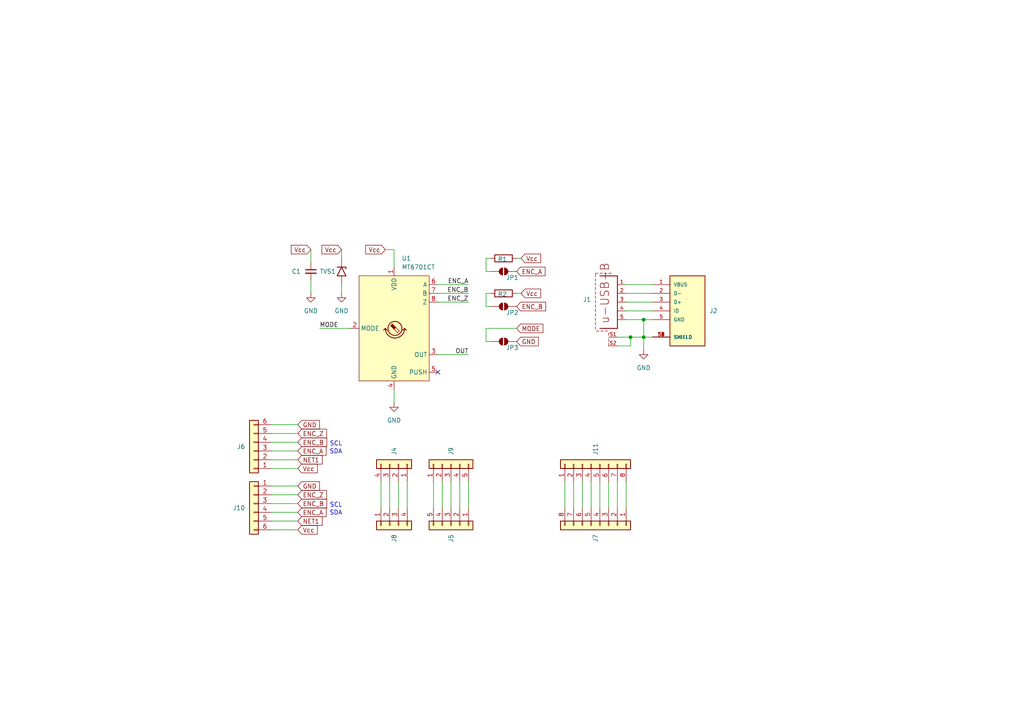
<source format=kicad_sch>
(kicad_sch (version 20231120) (generator "eeschema") (generator_version "8.0")
  (paper "A4")
  (lib_symbols
    (symbol "Connector_Generic:Conn_01x04" (pin_names (offset 1.016) hide)
      (property "Reference" "J" (at 0 5.08 0))
      (property "Value" "Conn_01x04" (at 0 -7.62 0))
      (symbol "Conn_01x04_1_1"
        (rectangle (start -1.27 -4.953) (end 0 -5.207) (stroke (width 0.1524)))
        (rectangle (start -1.27 -2.413) (end 0 -2.667) (stroke (width 0.1524)))
        (rectangle (start -1.27 0.127) (end 0 -0.127) (stroke (width 0.1524)))
        (rectangle (start -1.27 2.667) (end 0 2.413) (stroke (width 0.1524)))
        (rectangle (start -1.27 3.81) (end 1.27 -6.35) (stroke (width 0.254)) (fill (type background)))
        (pin passive line (at -5.08 2.54 0) (length 3.81) (name "Pin_1") (number "1"))
        (pin passive line (at -5.08 0 0) (length 3.81) (name "Pin_2") (number "2"))
        (pin passive line (at -5.08 -2.54 0) (length 3.81) (name "Pin_3") (number "3"))
        (pin passive line (at -5.08 -5.08 0) (length 3.81) (name "Pin_4") (number "4"))
      )
    )
    (symbol "Connector_Generic:Conn_01x05" (pin_names (offset 1.016) hide)
      (property "Reference" "J" (at 0 7.62 0))
      (property "Value" "Conn_01x05" (at 0 -7.62 0))
      (symbol "Conn_01x05_1_1"
        (rectangle (start -1.27 -4.953) (end 0 -5.207) (stroke (width 0.1524)))
        (rectangle (start -1.27 -2.413) (end 0 -2.667) (stroke (width 0.1524)))
        (rectangle (start -1.27 0.127) (end 0 -0.127) (stroke (width 0.1524)))
        (rectangle (start -1.27 2.667) (end 0 2.413) (stroke (width 0.1524)))
        (rectangle (start -1.27 5.207) (end 0 4.953) (stroke (width 0.1524)))
        (rectangle (start -1.27 6.35) (end 1.27 -6.35) (stroke (width 0.254)) (fill (type background)))
        (pin passive line (at -5.08 5.08 0) (length 3.81) (name "Pin_1") (number "1"))
        (pin passive line (at -5.08 2.54 0) (length 3.81) (name "Pin_2") (number "2"))
        (pin passive line (at -5.08 0 0) (length 3.81) (name "Pin_3") (number "3"))
        (pin passive line (at -5.08 -2.54 0) (length 3.81) (name "Pin_4") (number "4"))
        (pin passive line (at -5.08 -5.08 0) (length 3.81) (name "Pin_5") (number "5"))
      )
    )
    (symbol "Connector_Generic:Conn_01x06" (pin_names (offset 1.016) hide)
      (property "Reference" "J" (at 0 7.62 0))
      (property "Value" "Conn_01x06" (at 0 -10.16 0))
      (symbol "Conn_01x06_1_1"
        (rectangle (start -1.27 -7.493) (end 0 -7.747) (stroke (width 0.1524)))
        (rectangle (start -1.27 -4.953) (end 0 -5.207) (stroke (width 0.1524)))
        (rectangle (start -1.27 -2.413) (end 0 -2.667) (stroke (width 0.1524)))
        (rectangle (start -1.27 0.127) (end 0 -0.127) (stroke (width 0.1524)))
        (rectangle (start -1.27 2.667) (end 0 2.413) (stroke (width 0.1524)))
        (rectangle (start -1.27 5.207) (end 0 4.953) (stroke (width 0.1524)))
        (rectangle (start -1.27 6.35) (end 1.27 -8.89) (stroke (width 0.254)) (fill (type background)))
        (pin passive line (at -5.08 5.08 0) (length 3.81) (name "Pin_1") (number "1"))
        (pin passive line (at -5.08 2.54 0) (length 3.81) (name "Pin_2") (number "2"))
        (pin passive line (at -5.08 0 0) (length 3.81) (name "Pin_3") (number "3"))
        (pin passive line (at -5.08 -2.54 0) (length 3.81) (name "Pin_4") (number "4"))
        (pin passive line (at -5.08 -5.08 0) (length 3.81) (name "Pin_5") (number "5"))
        (pin passive line (at -5.08 -7.62 0) (length 3.81) (name "Pin_6") (number "6"))
      )
    )
    (symbol "Connector_Generic:Conn_01x08" (pin_names (offset 1.016) hide)
      (property "Reference" "J" (at 0 10.16 0))
      (property "Value" "Conn_01x08" (at 0 -12.7 0))
      (symbol "Conn_01x08_1_1"
        (rectangle (start -1.27 -10.033) (end 0 -10.287) (stroke (width 0.1524)))
        (rectangle (start -1.27 -7.493) (end 0 -7.747) (stroke (width 0.1524)))
        (rectangle (start -1.27 -4.953) (end 0 -5.207) (stroke (width 0.1524)))
        (rectangle (start -1.27 -2.413) (end 0 -2.667) (stroke (width 0.1524)))
        (rectangle (start -1.27 0.127) (end 0 -0.127) (stroke (width 0.1524)))
        (rectangle (start -1.27 2.667) (end 0 2.413) (stroke (width 0.1524)))
        (rectangle (start -1.27 5.207) (end 0 4.953) (stroke (width 0.1524)))
        (rectangle (start -1.27 7.747) (end 0 7.493) (stroke (width 0.1524)))
        (rectangle (start -1.27 8.89) (end 1.27 -11.43) (stroke (width 0.254)) (fill (type background)))
        (pin passive line (at -5.08 7.62 0) (length 3.81) (name "Pin_1") (number "1"))
        (pin passive line (at -5.08 5.08 0) (length 3.81) (name "Pin_2") (number "2"))
        (pin passive line (at -5.08 2.54 0) (length 3.81) (name "Pin_3") (number "3"))
        (pin passive line (at -5.08 0 0) (length 3.81) (name "Pin_4") (number "4"))
        (pin passive line (at -5.08 -2.54 0) (length 3.81) (name "Pin_5") (number "5"))
        (pin passive line (at -5.08 -5.08 0) (length 3.81) (name "Pin_6") (number "6"))
        (pin passive line (at -5.08 -7.62 0) (length 3.81) (name "Pin_7") (number "7"))
        (pin passive line (at -5.08 -10.16 0) (length 3.81) (name "Pin_8") (number "8"))
      )
    )
    (symbol "Device:C_Small" (pin_numbers hide) (pin_names (offset 0.254) hide)
      (property "Reference" "C" (at 0.254 1.778 0))
      (property "Value" "C_Small" (at 0.254 -2.032 0))
      (symbol "C_Small_0_1"
        (polyline (pts (xy -1.524 -0.508) (xy 1.524 -0.508)) (stroke (width 0.3302)))
        (polyline (pts (xy -1.524 0.508) (xy 1.524 0.508)) (stroke (width 0.3048)))
      )
      (symbol "C_Small_1_1"
        (pin passive line (at 0 2.54 270) (length 2.032) (name "~") (number "1"))
        (pin passive line (at 0 -2.54 90) (length 2.032) (name "~") (number "2"))
      )
    )
    (symbol "Device:R" (pin_numbers hide) (pin_names (offset 0))
      (property "Reference" "R" (at 2.032 0 90))
      (property "Value" "R" (at 0 0 90))
      (symbol "R_0_1"
        (rectangle (start -1.016 -2.54) (end 1.016 2.54) (stroke (width 0.254)))
      )
      (symbol "R_1_1"
        (pin passive line (at 0 3.81 270) (length 1.27) (name "~") (number "1"))
        (pin passive line (at 0 -3.81 90) (length 1.27) (name "~") (number "2"))
      )
    )
    (symbol "Diode:SM6T12A" (pin_numbers hide) (pin_names (offset 1.016) hide)
      (property "Reference" "D" (at 0 2.54 0))
      (property "Value" "SM6T12A" (at 0 -2.54 0))
      (symbol "SM6T12A_0_1"
        (polyline (pts (xy -0.762 1.27) (xy -1.27 1.27) (xy -1.27 -1.27)) (stroke (width 0.254)))
        (polyline (pts (xy 1.27 1.27) (xy 1.27 -1.27) (xy -1.27 0) (xy 1.27 1.27)) (stroke (width 0.254)))
      )
      (symbol "SM6T12A_1_1"
        (pin passive line (at -3.81 0 0) (length 2.54) (name "A1") (number "1"))
        (pin passive line (at 3.81 0 180) (length 2.54) (name "A2") (number "2"))
      )
    )
    (symbol "Jumper:SolderJumper_2_Open" (pin_numbers hide) (pin_names (offset 0) hide) (exclude_from_sim yes) (in_bom no)
      (property "Reference" "JP" (at 0 2.032 0))
      (property "Value" "SolderJumper_2_Open" (at 0 -2.54 0))
      (symbol "SolderJumper_2_Open_0_1"
        (arc (start -0.254 1.016) (mid -1.2656 0) (end -0.254 -1.016))
        (arc (start -0.254 1.016) (mid -1.2656 0) (end -0.254 -1.016) (fill (type outline)))
        (polyline (pts (xy -0.254 1.016) (xy -0.254 -1.016)))
        (polyline (pts (xy 0.254 1.016) (xy 0.254 -1.016)))
        (arc (start 0.254 -1.016) (mid 1.2656 0) (end 0.254 1.016))
        (arc (start 0.254 -1.016) (mid 1.2656 0) (end 0.254 1.016) (fill (type outline)))
      )
      (symbol "SolderJumper_2_Open_1_1"
        (pin passive line (at -3.81 0 0) (length 2.54) (name "A") (number "1"))
        (pin passive line (at 3.81 0 180) (length 2.54) (name "B") (number "2"))
      )
    )
    (symbol "Sensor_Magnetic:MT6701CT"
      (property "Reference" "U" (at -9.6632 16.4397 0))
      (property "Value" "MT6701CT" (at 5.5155 16.4397 0))
      (symbol "MT6701CT_0_1"
        (arc (start -2.54 0) (mid 0.254 -2.7819) (end 3.048 0) (stroke (width 0.254)))
        (polyline (pts (xy -2.54 0) (xy -3.048 -0.508)) (stroke (width 0.254)))
        (polyline (pts (xy -2.54 0) (xy -2.032 -0.508)) (stroke (width 0.254)))
        (polyline (pts (xy 3.048 0) (xy 2.54 -0.508)) (stroke (width 0.254)))
        (polyline (pts (xy 3.048 0) (xy 3.556 -0.508)) (stroke (width 0.254)))
      )
      (symbol "MT6701CT_1_1"
        (rectangle (start -10.16 15.24) (end 10.16 -15.24) (fill (type background)))
        (polyline (pts (xy 0.508 0.254) (xy 1.524 -0.762) (xy 1.016 -1.27) (xy 0 -0.254)))
        (polyline (pts (xy -0.508 1.27) (xy 0.508 0.254) (xy 0 -0.254) (xy -1.016 0.762) (xy -0.762 1.016) (xy -0.508 1.27) (xy -0.381 1.143)) (fill (type outline)))
        (circle (center 0.254 0) (radius 2.032) (stroke (width 0.254)))
        (pin power_in line (at 0 17.78 270) (length 2.54) (name "VDD") (number "1"))
        (pin input line (at -12.7 0 0) (length 2.54) (name "MODE") (number "2"))
        (pin output line (at 12.7 -7.62 180) (length 2.54) (name "OUT") (number "3"))
        (pin power_in line (at 0 -17.78 90) (length 2.54) (name "GND") (number "4"))
        (pin output line (at 12.7 -12.7 180) (length 2.54) (name "PUSH") (number "5"))
        (pin output line (at 12.7 12.7 180) (length 2.54) (name "A") (number "6"))
        (pin output line (at 12.7 10.16 180) (length 2.54) (name "B") (number "7"))
        (pin output line (at 12.7 7.62 180) (length 2.54) (name "Z") (number "8"))
      )
    )
    (symbol "USB3145-30-1-A:USB3145-30-1-A" (pin_names (offset 1.016))
      (property "Reference" "J" (at 0 11.43 0))
      (property "Value" "USB3145-30-1-A" (at 0 -13.97 0))
      (symbol "USB3145-30-1-A_0_0"
        (polyline (pts (xy 0 -6.35) (xy 5.08 -6.35)) (stroke (width 0.254)))
        (polyline (pts (xy 0 8.89) (xy 0 -6.35)) (stroke (width 0.254)))
        (polyline (pts (xy 0 8.89) (xy 5.08 8.89)) (stroke (width 0.254)))
        (polyline (pts (xy 2.54 -11.43) (xy 2.54 -10.668)) (stroke (width 0.1524)))
        (polyline (pts (xy 2.54 -10.16) (xy 2.54 -9.398)) (stroke (width 0.1524)))
        (polyline (pts (xy 2.54 -8.382) (xy 2.54 -7.62)) (stroke (width 0.1524)))
        (polyline (pts (xy 2.54 9.652) (xy 1.778 9.652)) (stroke (width 0.1524)))
        (polyline (pts (xy 3.556 -7.112) (xy 2.794 -7.112)) (stroke (width 0.1524)))
        (polyline (pts (xy 3.81 9.652) (xy 3.048 9.652)) (stroke (width 0.1524)))
        (polyline (pts (xy 4.826 -7.112) (xy 4.064 -7.112)) (stroke (width 0.1524)))
        (polyline (pts (xy 5.08 9.652) (xy 4.318 9.652)) (stroke (width 0.1524)))
        (polyline (pts (xy 6.096 -7.112) (xy 5.334 -7.112)) (stroke (width 0.1524)))
        (polyline (pts (xy 6.35 -6.604) (xy 6.35 -5.842)) (stroke (width 0.1524)))
        (polyline (pts (xy 6.35 -5.334) (xy 6.35 -4.572)) (stroke (width 0.1524)))
        (polyline (pts (xy 6.35 -4.064) (xy 6.35 -3.302)) (stroke (width 0.1524)))
        (polyline (pts (xy 6.35 -2.794) (xy 6.35 -2.032)) (stroke (width 0.1524)))
        (polyline (pts (xy 6.35 -1.524) (xy 6.35 -0.762)) (stroke (width 0.1524)))
        (polyline (pts (xy 6.35 -0.254) (xy 6.35 0.508)) (stroke (width 0.1524)))
        (polyline (pts (xy 6.35 1.016) (xy 6.35 1.778)) (stroke (width 0.1524)))
        (polyline (pts (xy 6.35 2.286) (xy 6.35 3.048)) (stroke (width 0.1524)))
        (polyline (pts (xy 6.35 3.556) (xy 6.35 4.318)) (stroke (width 0.1524)))
        (polyline (pts (xy 6.35 4.826) (xy 6.35 5.588)) (stroke (width 0.1524)))
        (polyline (pts (xy 6.35 6.096) (xy 6.35 6.858)) (stroke (width 0.1524)))
        (polyline (pts (xy 6.35 7.366) (xy 6.35 8.128)) (stroke (width 0.1524)))
        (polyline (pts (xy 6.35 8.636) (xy 6.35 9.398)) (stroke (width 0.1524)))
        (polyline (pts (xy 6.35 9.652) (xy 5.588 9.652)) (stroke (width 0.1524)))
        (text "u-USB-B" (at 5.08 -5.08 900) (effects (font (size 2.4 2.4)) (justify left bottom)))
        (pin passive line (at -2.54 6.35 0) (length 2.54) (name "~") (number "1"))
        (pin passive line (at -2.54 3.81 0) (length 2.54) (name "~") (number "2"))
        (pin passive line (at -2.54 1.27 0) (length 2.54) (name "~") (number "3"))
        (pin passive line (at -2.54 -1.27 0) (length 2.54) (name "~") (number "4"))
        (pin passive line (at -2.54 -3.81 0) (length 2.54) (name "~") (number "5"))
        (pin passive line (at 0 -8.89 0) (length 2.54) (name "~") (number "S1"))
        (pin passive line (at 0 -11.43 0) (length 2.54) (name "~") (number "S2"))
      )
    )
    (symbol "USB3150-30-130-A:USB3150-30-130-A" (pin_names (offset 1.016))
      (property "Reference" "J" (at -5.08 10.16 0))
      (property "Value" "USB3150-30-130-A" (at -5.08 -12.7 0))
      (symbol "USB3150-30-130-A_0_0"
        (rectangle (start -5.08 -10.16) (end 5.08 10.16) (stroke (width 0.254)) (fill (type background)))
        (pin passive line (at -10.16 7.62 0) (length 5.08) (name "VBUS") (number "1"))
        (pin passive line (at -10.16 5.08 0) (length 5.08) (name "D-") (number "2"))
        (pin passive line (at -10.16 2.54 0) (length 5.08) (name "D+") (number "3"))
        (pin passive line (at -10.16 0 0) (length 5.08) (name "ID") (number "4"))
        (pin passive line (at -10.16 -2.54 0) (length 5.08) (name "GND") (number "5"))
        (pin passive line (at -10.16 -7.62 0) (length 5.08) (name "SHIELD") (number "S1"))
        (pin passive line (at -10.16 -7.62 0) (length 5.08) (name "SHIELD") (number "S2"))
        (pin passive line (at -10.16 -7.62 0) (length 5.08) (name "SHIELD") (number "S3"))
        (pin passive line (at -10.16 -7.62 0) (length 5.08) (name "SHIELD") (number "S4"))
        (pin passive line (at -10.16 -7.62 0) (length 5.08) (name "SHIELD") (number "S5"))
        (pin passive line (at -10.16 -7.62 0) (length 5.08) (name "SHIELD") (number "S6"))
      )
    )
    (symbol "power:GND" (power) (pin_numbers hide) (pin_names (offset 0) hide)
      (property "Value" "GND" (at 0 -3.81 0))
      (symbol "GND_0_1"
        (polyline (pts (xy 0 0) (xy 0 -1.27) (xy 1.27 -1.27) (xy 0 -2.54) (xy -1.27 -1.27) (xy 0 -1.27)))
      )
      (symbol "GND_1_1"
        (pin power_in line (at 0 0 270) (length 0) (name "~") (number "1"))
      )
    )
  )
  (junction (at 186.69 92.71))
  (junction (at 182.88 97.79))
  (junction (at 186.69 97.79))
  (no_connect (at 127 107.95))
  (wire (pts (xy 78.74 135.89) (xy 86.36 135.89)))
  (wire (pts (xy 114.3 77.47) (xy 114.3 72.39)))
  (wire (pts (xy 78.74 143.51) (xy 86.36 143.51)))
  (wire (pts (xy 149.86 74.93) (xy 151.13 74.93)))
  (wire (pts (xy 133.35 147.32) (xy 133.35 139.7)))
  (wire (pts (xy 181.61 147.32) (xy 181.61 139.7)))
  (wire (pts (xy 128.27 147.32) (xy 128.27 139.7)))
  (wire (pts (xy 142.24 88.9) (xy 140.97 88.9)))
  (wire (pts (xy 181.61 85.09) (xy 189.23 85.09)))
  (wire (pts (xy 78.74 140.97) (xy 86.36 140.97)))
  (wire (pts (xy 186.69 97.79) (xy 186.69 101.6)))
  (wire (pts (xy 181.61 87.63) (xy 189.23 87.63)))
  (wire (pts (xy 179.07 147.32) (xy 179.07 139.7)))
  (wire (pts (xy 171.45 147.32) (xy 171.45 139.7)))
  (wire (pts (xy 181.61 90.17) (xy 189.23 90.17)))
  (wire (pts (xy 176.53 147.32) (xy 176.53 139.7)))
  (wire (pts (xy 186.69 92.71) (xy 189.23 92.71)))
  (wire (pts (xy 114.3 72.39) (xy 111.76 72.39)))
  (wire (pts (xy 140.97 85.09) (xy 142.24 85.09)))
  (wire (pts (xy 166.37 147.32) (xy 166.37 139.7)))
  (wire (pts (xy 135.89 147.32) (xy 135.89 139.7)))
  (wire (pts (xy 127 102.87) (xy 135.89 102.87)))
  (wire (pts (xy 127 85.09) (xy 135.89 85.09)))
  (wire (pts (xy 140.97 95.25) (xy 149.86 95.25)))
  (wire (pts (xy 99.06 82.55) (xy 99.06 85.09)))
  (wire (pts (xy 186.69 97.79) (xy 189.23 97.79)))
  (wire (pts (xy 90.17 76.2) (xy 90.17 72.39)))
  (wire (pts (xy 181.61 92.71) (xy 186.69 92.71)))
  (wire (pts (xy 90.17 81.28) (xy 90.17 85.09)))
  (wire (pts (xy 142.24 99.06) (xy 140.97 99.06)))
  (wire (pts (xy 99.06 72.39) (xy 99.06 74.93)))
  (wire (pts (xy 118.11 139.7) (xy 118.11 147.32)))
  (wire (pts (xy 140.97 78.74) (xy 140.97 74.93)))
  (wire (pts (xy 78.74 125.73) (xy 86.36 125.73)))
  (wire (pts (xy 78.74 153.67) (xy 86.36 153.67)))
  (wire (pts (xy 127 87.63) (xy 135.89 87.63)))
  (wire (pts (xy 182.88 97.79) (xy 182.88 100.33)))
  (wire (pts (xy 173.99 147.32) (xy 173.99 139.7)))
  (wire (pts (xy 179.07 100.33) (xy 182.88 100.33)))
  (wire (pts (xy 149.86 85.09) (xy 151.13 85.09)))
  (wire (pts (xy 113.03 139.7) (xy 113.03 147.32)))
  (wire (pts (xy 140.97 88.9) (xy 140.97 85.09)))
  (wire (pts (xy 78.74 133.35) (xy 86.36 133.35)))
  (wire (pts (xy 78.74 128.27) (xy 86.36 128.27)))
  (wire (pts (xy 101.6 95.25) (xy 92.71 95.25)))
  (wire (pts (xy 130.81 147.32) (xy 130.81 139.7)))
  (wire (pts (xy 140.97 74.93) (xy 142.24 74.93)))
  (wire (pts (xy 168.91 147.32) (xy 168.91 139.7)))
  (wire (pts (xy 78.74 123.19) (xy 86.36 123.19)))
  (wire (pts (xy 181.61 82.55) (xy 189.23 82.55)))
  (wire (pts (xy 127 82.55) (xy 135.89 82.55)))
  (wire (pts (xy 78.74 146.05) (xy 86.36 146.05)))
  (wire (pts (xy 78.74 130.81) (xy 86.36 130.81)))
  (wire (pts (xy 186.69 92.71) (xy 186.69 97.79)))
  (wire (pts (xy 114.3 113.03) (xy 114.3 116.84)))
  (wire (pts (xy 182.88 97.79) (xy 186.69 97.79)))
  (wire (pts (xy 179.07 97.79) (xy 182.88 97.79)))
  (wire (pts (xy 110.49 139.7) (xy 110.49 147.32)))
  (wire (pts (xy 142.24 78.74) (xy 140.97 78.74)))
  (wire (pts (xy 140.97 99.06) (xy 140.97 95.25)))
  (wire (pts (xy 125.73 147.32) (xy 125.73 139.7)))
  (wire (pts (xy 78.74 148.59) (xy 86.36 148.59)))
  (wire (pts (xy 78.74 151.13) (xy 86.36 151.13)))
  (wire (pts (xy 115.57 139.7) (xy 115.57 147.32)))
  (wire (pts (xy 163.83 147.32) (xy 163.83 139.7)))
  (text "SCL\n" (at 99.314 146.558 0) (effects (font (size 1.27 1.27)) (justify right)))
  (text "SCL\n" (at 99.314 128.778 0) (effects (font (size 1.27 1.27)) (justify right)))
  (text "SDA" (at 99.314 131.064 0) (effects (font (size 1.27 1.27)) (justify right)))
  (text "SDA" (at 99.314 148.844 0) (effects (font (size 1.27 1.27)) (justify right)))
  (label "ENC_Z" (at 135.89 87.63 180))
  (label "ENC_B" (at 135.89 85.09 180))
  (label "OUT" (at 135.89 102.87 180))
  (label "MODE" (at 92.71 95.25 0))
  (label "ENC_A" (at 135.89 82.55 180))
  (global_label "MODE" (shape input) (at 149.86 95.25 0) (property "Intersheetrefs" "${INTERSHEET_REFS}" (effects (hide yes))))
  (global_label "Vcc" (shape input) (at 151.13 74.93 0) (property "Intersheetrefs" "${INTERSHEET_REFS}" (effects (hide yes))))
  (global_label "Vcc" (shape input) (at 111.76 72.39 180) (property "Intersheetrefs" "${INTERSHEET_REFS}" (effects (hide yes))))
  (global_label "NET1" (shape input) (at 86.36 133.35 0) (property "Intersheetrefs" "${INTERSHEET_REFS}" (effects (hide yes))))
  (global_label "Vcc" (shape input) (at 90.17 72.39 180) (property "Intersheetrefs" "${INTERSHEET_REFS}" (effects (hide yes))))
  (global_label "ENC_B" (shape input) (at 149.86 88.9 0) (property "Intersheetrefs" "${INTERSHEET_REFS}" (effects (hide yes))))
  (global_label "ENC_A" (shape input) (at 86.36 148.59 0) (property "Intersheetrefs" "${INTERSHEET_REFS}" (effects (hide yes))))
  (global_label "GND" (shape input) (at 86.36 140.97 0) (property "Intersheetrefs" "${INTERSHEET_REFS}" (effects (hide yes))))
  (global_label "ENC_B" (shape input) (at 86.36 146.05 0) (property "Intersheetrefs" "${INTERSHEET_REFS}" (effects (hide yes))))
  (global_label "NET1" (shape input) (at 86.36 151.13 0) (property "Intersheetrefs" "${INTERSHEET_REFS}" (effects (hide yes))))
  (global_label "ENC_B" (shape input) (at 86.36 128.27 0) (property "Intersheetrefs" "${INTERSHEET_REFS}" (effects (hide yes))))
  (global_label "Vcc" (shape input) (at 151.13 85.09 0) (property "Intersheetrefs" "${INTERSHEET_REFS}" (effects (hide yes))))
  (global_label "ENC_Z" (shape input) (at 86.36 143.51 0) (property "Intersheetrefs" "${INTERSHEET_REFS}" (effects (hide yes))))
  (global_label "Vcc" (shape input) (at 86.36 153.67 0) (property "Intersheetrefs" "${INTERSHEET_REFS}" (effects (hide yes))))
  (global_label "GND" (shape input) (at 86.36 123.19 0) (property "Intersheetrefs" "${INTERSHEET_REFS}" (effects (hide yes))))
  (global_label "GND" (shape input) (at 149.86 99.06 0) (property "Intersheetrefs" "${INTERSHEET_REFS}" (effects (hide yes))))
  (global_label "Vcc" (shape input) (at 99.06 72.39 180) (property "Intersheetrefs" "${INTERSHEET_REFS}" (effects (hide yes))))
  (global_label "ENC_A" (shape input) (at 149.86 78.74 0) (property "Intersheetrefs" "${INTERSHEET_REFS}" (effects (hide yes))))
  (global_label "ENC_A" (shape input) (at 86.36 130.81 0) (property "Intersheetrefs" "${INTERSHEET_REFS}" (effects (hide yes))))
  (global_label "Vcc" (shape input) (at 86.36 135.89 0) (property "Intersheetrefs" "${INTERSHEET_REFS}" (effects (hide yes))))
  (global_label "ENC_Z" (shape input) (at 86.36 125.73 0) (property "Intersheetrefs" "${INTERSHEET_REFS}" (effects (hide yes))))
  (symbol (lib_id "Jumper:SolderJumper_2_Open") (at 146.05 99.06 0) (unit 1) (exclude_from_sim yes) (in_bom no)
    (property "Reference" "JP3" (at 148.59 100.838 0))
    (property "Value" "SolderJumper_2_Open" (effects (hide yes)))
    (property "Footprint" "Jumper:SolderJumper-2_P1.3mm_Open_RoundedPad1.0x1.5mm" (effects (hide yes)))
    (property "Description" "Solder Jumper, 2-pole, open" (effects (hide yes)))
  )
  (symbol (lib_id "USB3145-30-1-A:USB3145-30-1-A") (at 179.07 88.9 0) (mirror y) (unit 1)
    (property "Reference" "J1" (at 171.45 86.8559 0) (effects (justify left)))
    (property "Value" "USB3145-30-1-A" (effects (hide yes)))
    (property "Footprint" "USB3145-30-1-A:USB3145-30-1-A" (effects (hide yes)))
    (property "MF" "Global Connector Technology" (effects (hide yes)))
    (property "Description_1" "\n                        \n                            USB - micro B USB 2.0 Receptacle Connector 5 Position Through Hole\n                        \n" (effects (hide yes)))
    (property "Package" "None" (effects (hide yes)))
    (property "Price" "None" (effects (hide yes)))
    (property "Availability" "In Stock" (effects (hide yes)))
    (property "POLE" "5" (effects (hide yes)))
    (property "SnapEDA_Link" "https://www.snapeda.com/parts/USB3145-30-1-A/Global+Connector+Technology/view-part/?ref=snap" (effects (hide yes)))
    (property "MP" "USB3145-30-1-A" (effects (hide yes)))
    (property "FARNELL" "2311903" (effects (hide yes)))
    (property "TYP" "USB3145-30-1-A" (effects (hide yes)))
    (property "USB_TYPE" "B" (effects (hide yes)))
    (property "Check_prices" "https://www.snapeda.com/parts/USB3145-30-1-A/Global+Connector+Technology/view-part/?ref=eda" (effects (hide yes)))
  )
  (symbol (lib_id "Device:R") (at 146.05 74.93 90) (unit 1)
    (property "Reference" "R1" (at 147.066 75.184 90) (effects (justify left)))
    (property "Value" "R" (effects (hide yes)))
    (property "Footprint" "Resistor_SMD:R_0603_1608Metric" (effects (hide yes)))
    (property "Description" "Resistor" (effects (hide yes)))
  )
  (symbol (lib_id "Connector_Generic:Conn_01x04") (at 115.57 134.62 270) (mirror x) (unit 1)
    (property "Reference" "J4" (at 114.3001 132.08 0) (effects (justify left)))
    (property "Value" "Conn_01x04" (effects (hide yes)))
    (property "Footprint" "Connector_JST:JST_PH_B4B-PH-K_1x04_P2.00mm_Vertical" (effects (hide yes)))
    (property "Description" "Generic connector, single row, 01x04, script generated (kicad-library-utils/schlib/autogen/connector/)" (effects (hide yes)))
  )
  (symbol (lib_id "Sensor_Magnetic:MT6701CT") (at 114.3 95.25 0) (unit 1)
    (property "Reference" "U1" (at 116.4941 74.93 0) (effects (justify left)))
    (property "Value" "MT6701CT" (at 116.4941 77.47 0) (effects (justify left)))
    (property "Footprint" "Package_SO:SO-8_3.9x4.9mm_P1.27mm" (effects (hide yes)))
    (property "Datasheet" "https://www.magntek.com.cn/upload/MT6701_Rev.1.5.pdf" (effects (hide yes)))
    (property "Description" "Hall Based Angle Position Encoder Sensor, I2C, SSI, ABZ & UVW interfaces, 3.3..5V supply, SOIC-8" (effects (hide yes)))
  )
  (symbol (lib_id "Connector_Generic:Conn_01x08") (at 173.99 152.4 270) (unit 1)
    (property "Reference" "J7" (at 172.7201 154.94 0) (effects (justify left)))
    (property "Value" "Conn_01x08" (effects (hide yes)))
    (property "Footprint" "Connector_JST:JST_PH_B8B-PH-K_1x08_P2.00mm_Vertical" (effects (hide yes)))
    (property "Description" "Generic connector, single row, 01x08, script generated (kicad-library-utils/schlib/autogen/connector/)" (effects (hide yes)))
  )
  (symbol (lib_id "Connector_Generic:Conn_01x05") (at 130.81 152.4 270) (unit 1)
    (property "Reference" "J5" (at 130.8101 154.94 0) (effects (justify left)))
    (property "Value" "Conn_01x05" (effects (hide yes)))
    (property "Footprint" "Connector_JST:JST_PH_B5B-PH-K_1x05_P2.00mm_Vertical" (effects (hide yes)))
    (property "Description" "Generic connector, single row, 01x05, script generated (kicad-library-utils/schlib/autogen/connector/)" (effects (hide yes)))
  )
  (symbol (lib_id "Diode:SM6T12A") (at 99.06 78.74 270) (unit 1)
    (property "Reference" "TVS1" (at 92.71 78.74 90) (effects (justify left)))
    (property "Value" "SMFJ6.0A / SMFJ6.0CA" (effects (hide yes)))
    (property "Footprint" "Capacitor_SMD:C_0805_2012Metric" (effects (hide yes)))
  )
  (symbol (lib_id "power:GND") (at 186.69 101.6 0) (unit 1)
    (property "Reference" "#PWR04" (effects (hide yes)))
    (property "Value" "GND" (at 186.69 106.68 0))
    (property "Description" "Power symbol creates a global label with name \"GND\" , ground" (effects (hide yes)))
  )
  (symbol (lib_id "Connector_Generic:Conn_01x06") (at 73.66 130.81 180) (unit 1)
    (property "Reference" "J6" (at 71.12 129.5401 0) (effects (justify left)))
    (property "Value" "Conn_01x06" (effects (hide yes)))
    (property "Footprint" "Connector_JST:JST_PH_B6B-PH-K_1x06_P2.00mm_Vertical" (effects (hide yes)))
    (property "Description" "Generic connector, single row, 01x06, script generated (kicad-library-utils/schlib/autogen/connector/)" (effects (hide yes)))
  )
  (symbol (lib_id "Device:R") (at 146.05 85.09 90) (unit 1)
    (property "Reference" "R2" (at 147.066 85.344 90) (effects (justify left)))
    (property "Value" "R" (effects (hide yes)))
    (property "Footprint" "Resistor_SMD:R_0603_1608Metric" (effects (hide yes)))
    (property "Description" "Resistor" (effects (hide yes)))
  )
  (symbol (lib_id "Connector_Generic:Conn_01x05") (at 130.81 134.62 90) (unit 1)
    (property "Reference" "J9" (at 130.8099 132.08 0) (effects (justify left)))
    (property "Value" "Conn_01x05" (effects (hide yes)))
    (property "Footprint" "Connector_JST:JST_PH_B5B-PH-K_1x05_P2.00mm_Vertical" (effects (hide yes)))
    (property "Description" "Generic connector, single row, 01x05, script generated (kicad-library-utils/schlib/autogen/connector/)" (effects (hide yes)))
  )
  (symbol (lib_id "USB3150-30-130-A:USB3150-30-130-A") (at 199.39 90.17 0) (unit 1)
    (property "Reference" "J2" (at 205.74 90.1699 0) (effects (justify left)))
    (property "Value" "USB3150-30-130-A" (effects (hide yes)))
    (property "Footprint" "USB3150-30-130-A:GCT_USB3150-30-130-A" (effects (hide yes)))
    (property "MF" "Global Connector Technology" (effects (hide yes)))
    (property "MAXIMUM_PACKAGE_HEIGHT" "7.23mm" (effects (hide yes)))
    (property "Package" "None" (effects (hide yes)))
    (property "Price" "None" (effects (hide yes)))
    (property "Check_prices" "https://www.snapeda.com/parts/USB3150-30-130-A/Global+Connector+Technology/view-part/?ref=eda" (effects (hide yes)))
    (property "STANDARD" "Manufacturer recommendations" (effects (hide yes)))
    (property "PARTREV" "A2" (effects (hide yes)))
    (property "SnapEDA_Link" "https://www.snapeda.com/parts/USB3150-30-130-A/Global+Connector+Technology/view-part/?ref=snap" (effects (hide yes)))
    (property "MP" "USB3150-30-130-A" (effects (hide yes)))
    (property "Description_1" "\n                        \n                            USB - micro B USB 2.0 Plug Connector 5 Position Through Hole\n                        \n" (effects (hide yes)))
    (property "Availability" "In Stock" (effects (hide yes)))
    (property "MANUFACTURER" "GCT" (effects (hide yes)))
  )
  (symbol (lib_id "Connector_Generic:Conn_01x08") (at 171.45 134.62 90) (unit 1)
    (property "Reference" "J11" (at 172.7199 132.08 0) (effects (justify left)))
    (property "Value" "Conn_01x08" (effects (hide yes)))
    (property "Footprint" "Connector_JST:JST_PH_B8B-PH-K_1x08_P2.00mm_Vertical" (effects (hide yes)))
    (property "Description" "Generic connector, single row, 01x08, script generated (kicad-library-utils/schlib/autogen/connector/)" (effects (hide yes)))
  )
  (symbol (lib_id "Jumper:SolderJumper_2_Open") (at 146.05 88.9 0) (unit 1) (exclude_from_sim yes) (in_bom no)
    (property "Reference" "JP2" (at 148.59 90.678 0))
    (property "Value" "SolderJumper_2_Open" (effects (hide yes)))
    (property "Footprint" "Jumper:SolderJumper-2_P1.3mm_Open_RoundedPad1.0x1.5mm" (effects (hide yes)))
    (property "Description" "Solder Jumper, 2-pole, open" (effects (hide yes)))
  )
  (symbol (lib_id "Connector_Generic:Conn_01x06") (at 73.66 146.05 0) (mirror y) (unit 1)
    (property "Reference" "J10" (at 71.12 147.3199 0) (effects (justify left)))
    (property "Value" "Conn_01x06" (effects (hide yes)))
    (property "Footprint" "Connector_JST:JST_PH_B6B-PH-K_1x06_P2.00mm_Vertical" (effects (hide yes)))
    (property "Description" "Generic connector, single row, 01x06, script generated (kicad-library-utils/schlib/autogen/connector/)" (effects (hide yes)))
  )
  (symbol (lib_id "power:GND") (at 114.3 116.84 0) (unit 1)
    (property "Reference" "#PWR03" (effects (hide yes)))
    (property "Value" "GND" (at 114.3 121.92 0))
    (property "Description" "Power symbol creates a global label with name \"GND\" , ground" (effects (hide yes)))
  )
  (symbol (lib_id "Device:C_Small") (at 90.17 78.74 0) (unit 1)
    (property "Reference" "C1" (at 84.582 78.74 0) (effects (justify left)))
    (property "Value" "C_Small" (effects (hide yes)))
    (property "Footprint" "Capacitor_SMD:C_0603_1608Metric" (effects (hide yes)))
    (property "Description" "Unpolarized capacitor, small symbol" (effects (hide yes)))
  )
  (symbol (lib_id "Jumper:SolderJumper_2_Open") (at 146.05 78.74 0) (unit 1) (exclude_from_sim yes) (in_bom no)
    (property "Reference" "JP1" (at 148.59 80.518 0))
    (property "Value" "SolderJumper_2_Open" (effects (hide yes)))
    (property "Footprint" "Jumper:SolderJumper-2_P1.3mm_Open_RoundedPad1.0x1.5mm" (effects (hide yes)))
    (property "Description" "Solder Jumper, 2-pole, open" (effects (hide yes)))
  )
  (symbol (lib_id "Connector_Generic:Conn_01x04") (at 113.03 152.4 90) (mirror x) (unit 1)
    (property "Reference" "J8" (at 114.2999 154.94 0) (effects (justify left)))
    (property "Value" "Conn_01x04" (effects (hide yes)))
    (property "Footprint" "Connector_JST:JST_PH_B4B-PH-K_1x04_P2.00mm_Vertical" (effects (hide yes)))
    (property "Description" "Generic connector, single row, 01x04, script generated (kicad-library-utils/schlib/autogen/connector/)" (effects (hide yes)))
  )
  (symbol (lib_id "power:GND") (at 99.06 85.09 0) (unit 1)
    (property "Reference" "#PWR02" (effects (hide yes)))
    (property "Value" "GND" (at 99.06 90.17 0))
    (property "Description" "Power symbol creates a global label with name \"GND\" , ground" (effects (hide yes)))
  )
  (symbol (lib_id "power:GND") (at 90.17 85.09 0) (unit 1)
    (property "Reference" "#PWR01" (effects (hide yes)))
    (property "Value" "GND" (at 90.17 90.17 0))
    (property "Description" "Power symbol creates a global label with name \"GND\" , ground" (effects (hide yes)))
  )
)
</source>
